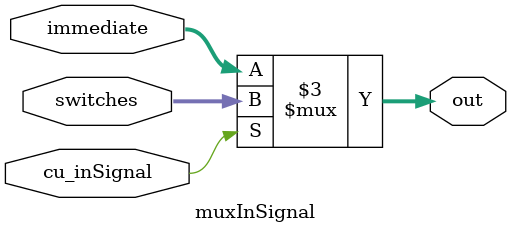
<source format=v>
module muxInSignal (immediate, switches, out, cu_inSignal);
  input cu_inSignal;
  input [15:0] immediate;
  input [15:0] switches;

  output reg [15:0] out;

  always @ ( * ) begin
    if(cu_inSignal)
      out = switches;
    else
      out = immediate;
  end
endmodule // muxInSignal

</source>
